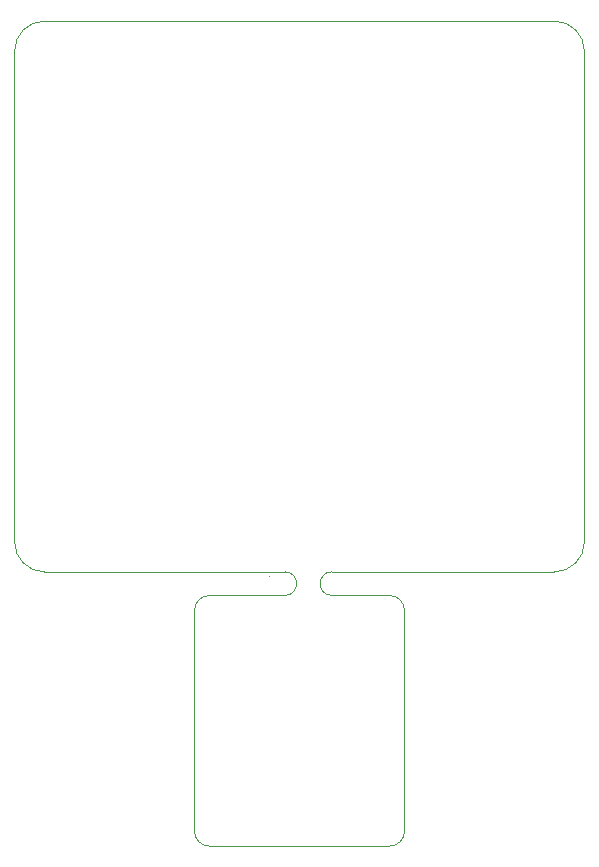
<source format=gbr>
G04 #@! TF.GenerationSoftware,KiCad,Pcbnew,(5.1.6-0-10_14)*
G04 #@! TF.CreationDate,2020-09-27T09:55:32+02:00*
G04 #@! TF.ProjectId,simble-overdrive,73696d62-6c65-42d6-9f76-657264726976,rev?*
G04 #@! TF.SameCoordinates,Original*
G04 #@! TF.FileFunction,Profile,NP*
%FSLAX46Y46*%
G04 Gerber Fmt 4.6, Leading zero omitted, Abs format (unit mm)*
G04 Created by KiCad (PCBNEW (5.1.6-0-10_14)) date 2020-09-27 09:55:32*
%MOMM*%
%LPD*%
G01*
G04 APERTURE LIST*
G04 #@! TA.AperFunction,Profile*
%ADD10C,0.038100*%
G04 #@! TD*
G04 APERTURE END LIST*
D10*
X94000000Y-126000000D02*
G75*
G02*
X94000000Y-128000000I0J-1000000D01*
G01*
X98000000Y-128000000D02*
G75*
G02*
X98000000Y-126000000I0J1000000D01*
G01*
X98000000Y-126000000D02*
X116840000Y-126000000D01*
X102870000Y-128000000D02*
X98000000Y-128000000D01*
X104140000Y-147955000D02*
X104140000Y-129270000D01*
X87630000Y-149225000D02*
X102870000Y-149225000D01*
X86360000Y-129270000D02*
X86360000Y-147955000D01*
X92710000Y-126365000D02*
X92710000Y-126365000D01*
X87630000Y-128000000D02*
X94000000Y-128000000D01*
X73660000Y-126000000D02*
X94000000Y-126000000D01*
X87630000Y-149225000D02*
G75*
G02*
X86360000Y-147955000I0J1270000D01*
G01*
X104140000Y-147955000D02*
G75*
G02*
X102870000Y-149225000I-1270000J0D01*
G01*
X86360000Y-129270000D02*
G75*
G02*
X87630000Y-128000000I1270000J0D01*
G01*
X102870000Y-128000000D02*
G75*
G02*
X104140000Y-129270000I0J-1270000D01*
G01*
X71120000Y-81915000D02*
X71120000Y-123460000D01*
X119380000Y-81915000D02*
X119380000Y-123460000D01*
X73660000Y-79375000D02*
X116840000Y-79375000D01*
X119380000Y-123460000D02*
G75*
G02*
X116840000Y-126000000I-2540000J0D01*
G01*
X73660000Y-126000000D02*
G75*
G02*
X71120000Y-123460000I0J2540000D01*
G01*
X116840000Y-79375000D02*
G75*
G02*
X119380000Y-81915000I0J-2540000D01*
G01*
X71120000Y-81915000D02*
G75*
G02*
X73660000Y-79375000I2540000J0D01*
G01*
M02*

</source>
